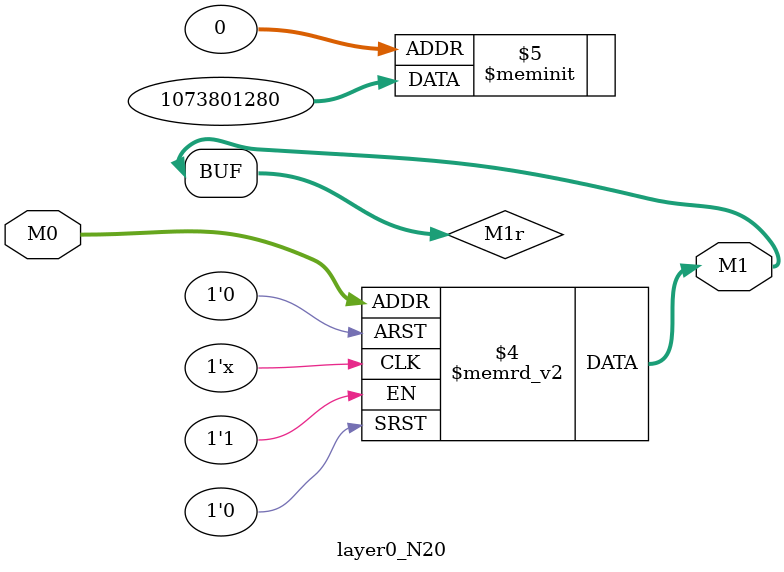
<source format=v>
module layer0_N20 ( input [3:0] M0, output [1:0] M1 );

	(*rom_style = "distributed" *) reg [1:0] M1r;
	assign M1 = M1r;
	always @ (M0) begin
		case (M0)
			4'b0000: M1r = 2'b00;
			4'b1000: M1r = 2'b00;
			4'b0100: M1r = 2'b00;
			4'b1100: M1r = 2'b00;
			4'b0010: M1r = 2'b00;
			4'b1010: M1r = 2'b00;
			4'b0110: M1r = 2'b10;
			4'b1110: M1r = 2'b00;
			4'b0001: M1r = 2'b00;
			4'b1001: M1r = 2'b00;
			4'b0101: M1r = 2'b10;
			4'b1101: M1r = 2'b00;
			4'b0011: M1r = 2'b01;
			4'b1011: M1r = 2'b00;
			4'b0111: M1r = 2'b11;
			4'b1111: M1r = 2'b01;

		endcase
	end
endmodule

</source>
